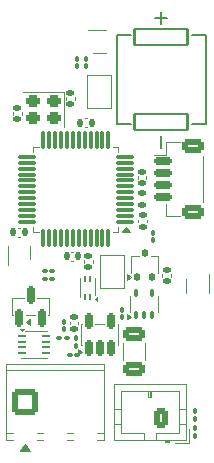
<source format=gbr>
%TF.GenerationSoftware,KiCad,Pcbnew,9.0.1*%
%TF.CreationDate,2025-11-25T18:55:05-05:00*%
%TF.ProjectId,OshEasyMini,4f736845-6173-4794-9d69-6e692e6b6963,rev?*%
%TF.SameCoordinates,Original*%
%TF.FileFunction,Legend,Top*%
%TF.FilePolarity,Positive*%
%FSLAX46Y46*%
G04 Gerber Fmt 4.6, Leading zero omitted, Abs format (unit mm)*
G04 Created by KiCad (PCBNEW 9.0.1) date 2025-11-25 18:55:05*
%MOMM*%
%LPD*%
G01*
G04 APERTURE LIST*
G04 Aperture macros list*
%AMRoundRect*
0 Rectangle with rounded corners*
0 $1 Rounding radius*
0 $2 $3 $4 $5 $6 $7 $8 $9 X,Y pos of 4 corners*
0 Add a 4 corners polygon primitive as box body*
4,1,4,$2,$3,$4,$5,$6,$7,$8,$9,$2,$3,0*
0 Add four circle primitives for the rounded corners*
1,1,$1+$1,$2,$3*
1,1,$1+$1,$4,$5*
1,1,$1+$1,$6,$7*
1,1,$1+$1,$8,$9*
0 Add four rect primitives between the rounded corners*
20,1,$1+$1,$2,$3,$4,$5,0*
20,1,$1+$1,$4,$5,$6,$7,0*
20,1,$1+$1,$6,$7,$8,$9,0*
20,1,$1+$1,$8,$9,$2,$3,0*%
%AMFreePoly0*
4,1,6,1.000000,0.000000,0.500000,-0.750000,-0.500000,-0.750000,-0.500000,0.750000,0.500000,0.750000,1.000000,0.000000,1.000000,0.000000,$1*%
%AMFreePoly1*
4,1,6,0.500000,-0.750000,-0.650000,-0.750000,-0.150000,0.000000,-0.650000,0.750000,0.500000,0.750000,0.500000,-0.750000,0.500000,-0.750000,$1*%
G04 Aperture macros list end*
%ADD10C,0.120000*%
%ADD11C,0.127000*%
%ADD12RoundRect,0.075000X0.662500X0.075000X-0.662500X0.075000X-0.662500X-0.075000X0.662500X-0.075000X0*%
%ADD13RoundRect,0.075000X0.075000X0.662500X-0.075000X0.662500X-0.075000X-0.662500X0.075000X-0.662500X0*%
%ADD14RoundRect,0.140000X-0.170000X0.140000X-0.170000X-0.140000X0.170000X-0.140000X0.170000X0.140000X0*%
%ADD15RoundRect,0.150000X-0.625000X0.150000X-0.625000X-0.150000X0.625000X-0.150000X0.625000X0.150000X0*%
%ADD16RoundRect,0.250000X-0.650000X0.350000X-0.650000X-0.350000X0.650000X-0.350000X0.650000X0.350000X0*%
%ADD17RoundRect,0.100000X0.100000X-0.225000X0.100000X0.225000X-0.100000X0.225000X-0.100000X-0.225000X0*%
%ADD18RoundRect,0.100000X-0.130000X-0.100000X0.130000X-0.100000X0.130000X0.100000X-0.130000X0.100000X0*%
%ADD19RoundRect,0.250000X0.325000X0.250000X-0.325000X0.250000X-0.325000X-0.250000X0.325000X-0.250000X0*%
%ADD20C,1.100000*%
%ADD21RoundRect,0.249999X-0.850001X-0.850001X0.850001X-0.850001X0.850001X0.850001X-0.850001X0.850001X0*%
%ADD22C,2.200000*%
%ADD23R,0.650000X0.850000*%
%ADD24RoundRect,0.062500X0.062500X0.212500X-0.062500X0.212500X-0.062500X-0.212500X0.062500X-0.212500X0*%
%ADD25R,0.800000X0.600000*%
%ADD26RoundRect,0.140000X0.170000X-0.140000X0.170000X0.140000X-0.170000X0.140000X-0.170000X-0.140000X0*%
%ADD27FreePoly0,270.000000*%
%ADD28FreePoly1,270.000000*%
%ADD29RoundRect,0.112500X-0.112500X-0.237500X0.112500X-0.237500X0.112500X0.237500X-0.112500X0.237500X0*%
%ADD30RoundRect,0.062500X-0.300000X-0.062500X0.300000X-0.062500X0.300000X0.062500X-0.300000X0.062500X0*%
%ADD31R,0.900000X1.600000*%
%ADD32RoundRect,0.100000X0.100000X-0.130000X0.100000X0.130000X-0.100000X0.130000X-0.100000X-0.130000X0*%
%ADD33RoundRect,0.102000X-2.250000X0.675000X-2.250000X-0.675000X2.250000X-0.675000X2.250000X0.675000X0*%
%ADD34RoundRect,0.150000X0.150000X-0.587500X0.150000X0.587500X-0.150000X0.587500X-0.150000X-0.587500X0*%
%ADD35RoundRect,0.100000X0.130000X0.100000X-0.130000X0.100000X-0.130000X-0.100000X0.130000X-0.100000X0*%
%ADD36RoundRect,0.147500X0.172500X-0.147500X0.172500X0.147500X-0.172500X0.147500X-0.172500X-0.147500X0*%
%ADD37RoundRect,0.100000X-0.100000X0.130000X-0.100000X-0.130000X0.100000X-0.130000X0.100000X0.130000X0*%
%ADD38RoundRect,0.140000X-0.140000X-0.170000X0.140000X-0.170000X0.140000X0.170000X-0.140000X0.170000X0*%
%ADD39RoundRect,0.250000X-0.650000X0.325000X-0.650000X-0.325000X0.650000X-0.325000X0.650000X0.325000X0*%
%ADD40RoundRect,0.250000X0.350000X0.625000X-0.350000X0.625000X-0.350000X-0.625000X0.350000X-0.625000X0*%
%ADD41O,1.200000X1.750000*%
%ADD42R,0.850000X0.650000*%
%ADD43C,4.700000*%
%ADD44RoundRect,0.140000X0.140000X0.170000X-0.140000X0.170000X-0.140000X-0.170000X0.140000X-0.170000X0*%
%ADD45RoundRect,0.150000X0.150000X-0.512500X0.150000X0.512500X-0.150000X0.512500X-0.150000X-0.512500X0*%
%ADD46C,0.990600*%
G04 APERTURE END LIST*
D10*
%TO.C,U9*%
X92320000Y-40240000D02*
X92770000Y-40240000D01*
X92320000Y-40690000D02*
X92320000Y-40240000D01*
X92320000Y-47460000D02*
X92320000Y-47010000D01*
X92770000Y-47460000D02*
X92320000Y-47460000D01*
X99090000Y-40240000D02*
X99540000Y-40240000D01*
X99540000Y-40240000D02*
X99540000Y-40690000D01*
X99540000Y-47010000D02*
X99540000Y-47460000D01*
X99540000Y-47460000D02*
X99090000Y-47460000D01*
X100520001Y-47480000D02*
X99840000Y-47480000D01*
X100180000Y-47010000D01*
X100520001Y-47480000D01*
G36*
X100520001Y-47480000D02*
G01*
X99840000Y-47480000D01*
X100180000Y-47010000D01*
X100520001Y-47480000D01*
G37*
%TO.C,C44*%
X103246013Y-51018830D02*
X103246013Y-51234502D01*
X103966013Y-51018830D02*
X103966013Y-51234502D01*
%TO.C,J10*%
X103563457Y-39884765D02*
X103563457Y-40934765D01*
X103563457Y-40934765D02*
X102573457Y-40934765D01*
X103563457Y-46104765D02*
X103563457Y-45054765D01*
X104713457Y-39884765D02*
X103563457Y-39884765D01*
X104713457Y-46104765D02*
X103563457Y-46104765D01*
X106683457Y-41054765D02*
X106683457Y-44934765D01*
%TO.C,U21*%
X100524444Y-54264248D02*
X100524444Y-52854248D01*
X102844444Y-54254248D02*
X102844444Y-52854248D01*
X100574444Y-54634248D02*
X100244444Y-54874248D01*
X100244444Y-54394248D01*
X100574444Y-54634248D01*
G36*
X100574444Y-54634248D02*
G01*
X100244444Y-54874248D01*
X100244444Y-54394248D01*
X100574444Y-54634248D01*
G37*
%TO.C,X2*%
X94915000Y-35652501D02*
X91495000Y-35652501D01*
X94915000Y-38572499D02*
X94915000Y-35652501D01*
%TO.C,J4*%
X90000000Y-58630000D02*
X90000000Y-65070000D01*
X90000000Y-58630000D02*
X98320000Y-58630000D01*
X90000000Y-59150000D02*
X98320000Y-59150000D01*
X90000000Y-64450000D02*
X90590000Y-64450000D01*
X90000000Y-65070000D02*
X90590000Y-65070000D01*
X92650000Y-64450000D02*
X93130000Y-64450000D01*
X92650000Y-65070000D02*
X93130000Y-65070000D01*
X95190000Y-64450000D02*
X95670000Y-64450000D01*
X95190000Y-65070000D02*
X95670000Y-65070000D01*
X97730000Y-64450000D02*
X98320000Y-64450000D01*
X97730000Y-65070000D02*
X98320000Y-65070000D01*
X98320000Y-58630000D02*
X98320000Y-65070000D01*
X92060000Y-66030000D02*
X91180000Y-66030000D01*
X91620000Y-65420000D01*
X92060000Y-66030000D01*
G36*
X92060000Y-66030000D02*
G01*
X91180000Y-66030000D01*
X91620000Y-65420000D01*
X92060000Y-66030000D01*
G37*
%TO.C,D4*%
X105265000Y-51465000D02*
X105265000Y-52615000D01*
X107165000Y-51015000D02*
X107165000Y-52615000D01*
%TO.C,U7*%
X96257500Y-51390000D02*
X96282500Y-51390000D01*
X96257500Y-53010000D02*
X96257500Y-51390000D01*
X96282500Y-53010000D02*
X96257500Y-53010000D01*
X97552500Y-51390000D02*
X97577500Y-51390000D01*
X97577500Y-51390000D02*
X97577500Y-52837147D01*
X97747500Y-53290000D02*
X97557500Y-53150000D01*
X97747500Y-53010000D01*
X97747500Y-53290000D01*
G36*
X97747500Y-53290000D02*
G01*
X97557500Y-53150000D01*
X97747500Y-53010000D01*
X97747500Y-53290000D01*
G37*
%TO.C,C24*%
X95417864Y-55282040D02*
X95417864Y-55066368D01*
X96137864Y-55282040D02*
X96137864Y-55066368D01*
%TO.C,JP2*%
X96908463Y-34177249D02*
X98908463Y-34177249D01*
X96908463Y-36977249D02*
X96908463Y-34177249D01*
X98908463Y-34177249D02*
X98908463Y-36977249D01*
X98908463Y-36977249D02*
X96908463Y-36977249D01*
%TO.C,D2*%
X100606209Y-49508431D02*
X101266209Y-49508431D01*
X100606209Y-50918431D02*
X100606209Y-49508431D01*
X102266209Y-49508431D02*
X102926209Y-49508431D01*
X102926209Y-50918431D02*
X102926209Y-49508431D01*
X100626209Y-51288431D02*
X100296209Y-51528431D01*
X100296209Y-51048431D01*
X100626209Y-51288431D01*
G36*
X100626209Y-51288431D02*
G01*
X100296209Y-51528431D01*
X100296209Y-51048431D01*
X100626209Y-51288431D01*
G37*
%TO.C,U12*%
X91651932Y-55855000D02*
X93487500Y-55855000D01*
X93487500Y-58125000D02*
X91267500Y-58125000D01*
X91357500Y-55850000D02*
X91217500Y-55660000D01*
X91497500Y-55660000D01*
X91357500Y-55850000D01*
G36*
X91357500Y-55850000D02*
G01*
X91217500Y-55660000D01*
X91497500Y-55660000D01*
X91357500Y-55850000D01*
G37*
%TO.C,C18*%
X101223341Y-46636463D02*
X101223341Y-46420791D01*
X101943341Y-46636463D02*
X101943341Y-46420791D01*
D11*
%TO.C,U11*%
X99420000Y-30820000D02*
X100600000Y-30820000D01*
X99420000Y-38320000D02*
X99420000Y-30820000D01*
X100600000Y-38320000D02*
X99420000Y-38320000D01*
X103170000Y-28820000D02*
X103170000Y-29820000D01*
X103170000Y-39320000D02*
X103170000Y-40320000D01*
X103670000Y-29320000D02*
X102670000Y-29320000D01*
X105740000Y-30820000D02*
X106920000Y-30820000D01*
X106920000Y-30820000D02*
X106920000Y-38320000D01*
X106920000Y-38320000D02*
X105740000Y-38320000D01*
D10*
%TO.C,Q2*%
X90540000Y-53012500D02*
X91540000Y-53012500D01*
X90540000Y-54532500D02*
X90540000Y-53012500D01*
X90590000Y-54532500D02*
X90540000Y-54532500D01*
X92490000Y-54532500D02*
X91710000Y-54532500D01*
X92660000Y-53012500D02*
X93660000Y-53012500D01*
X93660000Y-53012500D02*
X93660000Y-54532500D01*
X93660000Y-54532500D02*
X93610000Y-54532500D01*
X92050000Y-55312500D02*
X91720000Y-55072500D01*
X92050000Y-54832500D01*
X92050000Y-55312500D01*
G36*
X92050000Y-55312500D02*
G01*
X91720000Y-55072500D01*
X92050000Y-54832500D01*
X92050000Y-55312500D01*
G37*
%TO.C,C5*%
X90608739Y-37312564D02*
X90608739Y-37528236D01*
X91328739Y-37312564D02*
X91328739Y-37528236D01*
%TO.C,C46*%
X96686393Y-37849598D02*
X96902065Y-37849598D01*
X96686393Y-38569598D02*
X96902065Y-38569598D01*
%TO.C,C6*%
X95100000Y-36267836D02*
X95100000Y-36052164D01*
X95820000Y-36267836D02*
X95820000Y-36052164D01*
%TO.C,D5*%
X90175000Y-50225000D02*
X90175000Y-48625000D01*
X92075000Y-49775000D02*
X92075000Y-48625000D01*
%TO.C,C23*%
X99924290Y-56845474D02*
X99924290Y-58267978D01*
X101744290Y-56845474D02*
X101744290Y-58267978D01*
%TO.C,J6*%
X99120000Y-60340000D02*
X99120000Y-65060000D01*
X99120000Y-62450000D02*
X99730000Y-62450000D01*
X99120000Y-63750000D02*
X99730000Y-63750000D01*
X99120000Y-65060000D02*
X105240000Y-65060000D01*
X99730000Y-60950000D02*
X99730000Y-64450000D01*
X99730000Y-64450000D02*
X101680000Y-64450000D01*
X101680000Y-64450000D02*
X101680000Y-65060000D01*
X102080000Y-61450000D02*
X102080000Y-60950000D01*
X102180000Y-60950000D02*
X102180000Y-61450000D01*
X102280000Y-60950000D02*
X102280000Y-61450000D01*
X102280000Y-61450000D02*
X102080000Y-61450000D01*
X102680000Y-64450000D02*
X104630000Y-64450000D01*
X102680000Y-65060000D02*
X102680000Y-64450000D01*
X103480000Y-65060000D02*
X103480000Y-65260000D01*
X103480000Y-65160000D02*
X103780000Y-65160000D01*
X103480000Y-65260000D02*
X103780000Y-65260000D01*
X103780000Y-65260000D02*
X103780000Y-65060000D01*
X104290000Y-65360000D02*
X105540000Y-65360000D01*
X104630000Y-60950000D02*
X99730000Y-60950000D01*
X104630000Y-64450000D02*
X104630000Y-60950000D01*
X105240000Y-60340000D02*
X99120000Y-60340000D01*
X105240000Y-62450000D02*
X104630000Y-62450000D01*
X105240000Y-63750000D02*
X104630000Y-63750000D01*
X105240000Y-65060000D02*
X105240000Y-60340000D01*
X105540000Y-65360000D02*
X105540000Y-64110000D01*
%TO.C,D3*%
X96921470Y-30392058D02*
X98521470Y-30392058D01*
X97371470Y-32292058D02*
X98521470Y-32292058D01*
%TO.C,JP1*%
X97982135Y-49386405D02*
X99982135Y-49386405D01*
X97982135Y-52186405D02*
X97982135Y-49386405D01*
X99982135Y-49386405D02*
X99982135Y-52186405D01*
X99982135Y-52186405D02*
X97982135Y-52186405D01*
%TO.C,C16*%
X95729166Y-49160756D02*
X95513494Y-49160756D01*
X95729166Y-49880756D02*
X95513494Y-49880756D01*
%TO.C,C17*%
X101190000Y-42742164D02*
X101190000Y-42957836D01*
X101910000Y-42742164D02*
X101910000Y-42957836D01*
%TO.C,C45*%
X96627973Y-50057291D02*
X96627973Y-49841619D01*
X97347973Y-50057291D02*
X97347973Y-49841619D01*
%TO.C,U18*%
X96403197Y-55225398D02*
X96453197Y-55225398D01*
X96403197Y-57045398D02*
X96403197Y-55225398D01*
X96453197Y-57045398D02*
X96403197Y-57045398D01*
X97573197Y-55225398D02*
X98353197Y-55225398D01*
X99473197Y-55225398D02*
X99523197Y-55225398D01*
X99523197Y-55225398D02*
X99523197Y-57045398D01*
X99523197Y-57045398D02*
X99473197Y-57045398D01*
X96453197Y-57585398D02*
X96123197Y-57825398D01*
X96123197Y-57345398D01*
X96453197Y-57585398D01*
G36*
X96453197Y-57585398D02*
G01*
X96123197Y-57825398D01*
X96123197Y-57345398D01*
X96453197Y-57585398D01*
G37*
%TO.C,C19*%
X91012164Y-47130000D02*
X91227836Y-47130000D01*
X91012164Y-47850000D02*
X91227836Y-47850000D01*
%TD*%
%LPC*%
%TO.C,JP2*%
G36*
X98658463Y-34352249D02*
G01*
X97158463Y-34352249D01*
X97158463Y-36802249D01*
X98658463Y-36802249D01*
X98658463Y-34352249D01*
G37*
%TO.C,JP1*%
G36*
X99732135Y-49561405D02*
G01*
X98232135Y-49561405D01*
X98232135Y-52011405D01*
X99732135Y-52011405D01*
X99732135Y-49561405D01*
G37*
%TD*%
D12*
%TO.C,U9*%
X100092500Y-46600000D03*
X100092500Y-46100000D03*
X100092500Y-45600000D03*
X100092500Y-45099999D03*
X100092500Y-44600000D03*
X100092500Y-44100000D03*
X100092500Y-43600000D03*
X100092500Y-43100000D03*
X100092500Y-42600001D03*
X100092500Y-42100000D03*
X100092500Y-41600000D03*
X100092500Y-41100000D03*
D13*
X98680000Y-39687500D03*
X98180000Y-39687500D03*
X97680000Y-39687500D03*
X97179999Y-39687500D03*
X96680000Y-39687500D03*
X96180000Y-39687500D03*
X95680000Y-39687500D03*
X95180000Y-39687500D03*
X94680001Y-39687500D03*
X94180000Y-39687500D03*
X93680000Y-39687500D03*
X93180000Y-39687500D03*
D12*
X91767500Y-41100000D03*
X91767500Y-41600000D03*
X91767500Y-42100000D03*
X91767500Y-42600001D03*
X91767500Y-43100000D03*
X91767500Y-43600000D03*
X91767500Y-44100000D03*
X91767500Y-44600000D03*
X91767500Y-45099999D03*
X91767500Y-45600000D03*
X91767500Y-46100000D03*
X91767500Y-46600000D03*
D13*
X93180000Y-48012500D03*
X93680000Y-48012500D03*
X94180000Y-48012500D03*
X94680001Y-48012500D03*
X95180000Y-48012500D03*
X95680000Y-48012500D03*
X96180000Y-48012500D03*
X96680000Y-48012500D03*
X97179999Y-48012500D03*
X97680000Y-48012500D03*
X98180000Y-48012500D03*
X98680000Y-48012500D03*
%TD*%
D14*
%TO.C,C44*%
X103606013Y-50646666D03*
X103606013Y-51606666D03*
%TD*%
D15*
%TO.C,J10*%
X103348457Y-41494765D03*
X103348457Y-42494765D03*
X103348457Y-43494765D03*
X103348457Y-44494765D03*
D16*
X105873457Y-40194765D03*
X105873457Y-45794765D03*
%TD*%
D17*
%TO.C,U21*%
X101034444Y-54504248D03*
X101684444Y-54504248D03*
X102334444Y-54504248D03*
X102334444Y-52604248D03*
X101034444Y-52604248D03*
%TD*%
D18*
%TO.C,R50*%
X93307843Y-50747973D03*
X93947843Y-50747973D03*
%TD*%
D19*
%TO.C,X2*%
X94080000Y-36412500D03*
X92330000Y-36412500D03*
X92330000Y-37812500D03*
X94080000Y-37812500D03*
%TD*%
D20*
%TO.C,J4*%
X91620000Y-64390000D03*
X94160000Y-64390000D03*
X96700000Y-64390000D03*
D21*
X91620000Y-61850000D03*
D22*
X94160000Y-61850000D03*
X96700000Y-61850000D03*
%TD*%
D23*
%TO.C,D4*%
X105790000Y-51090000D03*
X106640000Y-51090000D03*
X105790000Y-52540000D03*
X106640000Y-52540000D03*
%TD*%
D24*
%TO.C,U7*%
X97167500Y-52975000D03*
X97167500Y-51425000D03*
X96667500Y-51425000D03*
X96667500Y-52975000D03*
D25*
X96917500Y-52200000D03*
%TD*%
D26*
%TO.C,C24*%
X95777864Y-55654204D03*
X95777864Y-54694204D03*
%TD*%
D27*
%TO.C,JP2*%
X97908463Y-34852249D03*
D28*
X97908463Y-36302249D03*
%TD*%
D29*
%TO.C,D2*%
X101116209Y-51238431D03*
X102416209Y-51238431D03*
X101766209Y-49238431D03*
%TD*%
D30*
%TO.C,U12*%
X91365000Y-56240000D03*
X91365000Y-56740000D03*
X91365000Y-57240000D03*
X91365000Y-57740000D03*
X93390000Y-57740000D03*
X93390000Y-57240000D03*
X93390000Y-56740000D03*
X93390000Y-56240000D03*
D31*
X92377500Y-56990000D03*
%TD*%
D32*
%TO.C,R40*%
X95901699Y-57119488D03*
X95901699Y-56479488D03*
%TD*%
D26*
%TO.C,C18*%
X101583341Y-47008627D03*
X101583341Y-46048627D03*
%TD*%
D32*
%TO.C,R49*%
X105993881Y-64715654D03*
X105993881Y-64075654D03*
%TD*%
D33*
%TO.C,U11*%
X103170000Y-38145000D03*
X103170000Y-30995000D03*
%TD*%
D34*
%TO.C,Q2*%
X91150000Y-54710000D03*
X93050000Y-54710000D03*
X92100000Y-52835000D03*
%TD*%
D32*
%TO.C,R42*%
X94925228Y-55685326D03*
X94925228Y-55045326D03*
%TD*%
D35*
%TO.C,R51*%
X93940000Y-51460000D03*
X93300000Y-51460000D03*
%TD*%
D14*
%TO.C,C5*%
X90968739Y-36940400D03*
X90968739Y-37900400D03*
%TD*%
D36*
%TO.C,FB1*%
X101567084Y-45168850D03*
X101567084Y-44198850D03*
%TD*%
D37*
%TO.C,R2*%
X96064052Y-32792843D03*
X96064052Y-33432843D03*
%TD*%
D38*
%TO.C,C46*%
X96314229Y-38209598D03*
X97274229Y-38209598D03*
%TD*%
D26*
%TO.C,C6*%
X95460000Y-36640000D03*
X95460000Y-35680000D03*
%TD*%
D32*
%TO.C,R53*%
X106000000Y-63265000D03*
X106000000Y-62625000D03*
%TD*%
D23*
%TO.C,D5*%
X91550000Y-50150000D03*
X90700000Y-50150000D03*
X91550000Y-48700000D03*
X90700000Y-48700000D03*
%TD*%
D39*
%TO.C,C23*%
X100834290Y-56081725D03*
X100834290Y-59031727D03*
%TD*%
D40*
%TO.C,J6*%
X103180000Y-63250000D03*
D41*
X101180000Y-63250000D03*
%TD*%
D42*
%TO.C,D3*%
X96996470Y-31767058D03*
X96996470Y-30917058D03*
X98446470Y-31767058D03*
X98446470Y-30917058D03*
%TD*%
D18*
%TO.C,R43*%
X94501862Y-56446928D03*
X95141862Y-56446928D03*
%TD*%
%TO.C,R41*%
X95420315Y-57874684D03*
X96060315Y-57874684D03*
%TD*%
D27*
%TO.C,JP1*%
X98982135Y-50061405D03*
D28*
X98982135Y-51511405D03*
%TD*%
D37*
%TO.C,C22*%
X99855510Y-54056111D03*
X99855510Y-54696111D03*
%TD*%
D43*
%TO.C,H2*%
X92600000Y-32600000D03*
%TD*%
D44*
%TO.C,C16*%
X96101330Y-49520756D03*
X95141330Y-49520756D03*
%TD*%
D14*
%TO.C,C17*%
X101550000Y-42370000D03*
X101550000Y-43330000D03*
%TD*%
D37*
%TO.C,R55*%
X102460000Y-47510000D03*
X102460000Y-48150000D03*
%TD*%
D26*
%TO.C,C45*%
X96987973Y-50429455D03*
X96987973Y-49469455D03*
%TD*%
D45*
%TO.C,U18*%
X97013197Y-57272898D03*
X97963197Y-57272898D03*
X98913197Y-57272898D03*
X98913197Y-54997898D03*
X97013197Y-54997898D03*
%TD*%
D37*
%TO.C,R3*%
X96768627Y-32784923D03*
X96768627Y-33424923D03*
%TD*%
D38*
%TO.C,C19*%
X90640000Y-47490000D03*
X91600000Y-47490000D03*
%TD*%
D43*
%TO.C,H1*%
X104600000Y-57350000D03*
%TD*%
D46*
%TO.C,J1*%
X105265000Y-54320000D03*
X104249000Y-49240000D03*
X106281000Y-49240000D03*
%TD*%
%LPD*%
M02*

</source>
